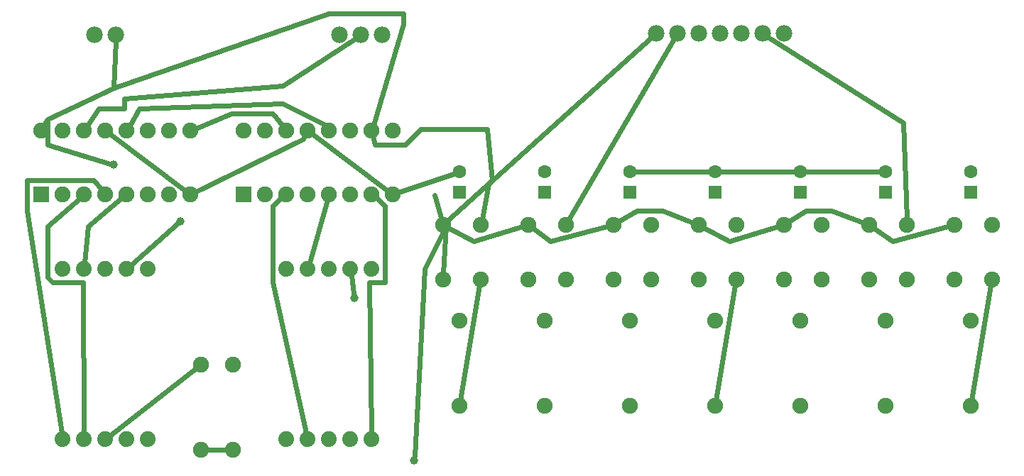
<source format=gbl>
G04 MADE WITH FRITZING*
G04 WWW.FRITZING.ORG*
G04 DOUBLE SIDED*
G04 HOLES PLATED*
G04 CONTOUR ON CENTER OF CONTOUR VECTOR*
%ASAXBY*%
%FSLAX23Y23*%
%MOIN*%
%OFA0B0*%
%SFA1.0B1.0*%
%ADD10C,0.078000*%
%ADD11C,0.039370*%
%ADD12C,0.075000*%
%ADD13C,0.074000*%
%ADD14C,0.062992*%
%ADD15R,0.075000X0.075000*%
%ADD16R,0.062992X0.062992*%
%ADD17C,0.024000*%
%LNCOPPER0*%
G90*
G70*
G54D10*
X1572Y2141D03*
X1672Y2141D03*
X1772Y2141D03*
X422Y2141D03*
X522Y2141D03*
X3057Y2148D03*
X3157Y2148D03*
X3257Y2148D03*
X3357Y2148D03*
X3457Y2148D03*
X3557Y2148D03*
X3657Y2148D03*
G54D11*
X824Y1266D03*
X1640Y906D03*
X512Y1530D03*
X1922Y141D03*
G54D12*
X1122Y1391D03*
X1122Y1691D03*
X1222Y1391D03*
X1222Y1691D03*
X1322Y1391D03*
X1322Y1691D03*
X1422Y1391D03*
X1422Y1691D03*
X1522Y1391D03*
X1522Y1691D03*
X1622Y1391D03*
X1622Y1691D03*
X1722Y1391D03*
X1722Y1691D03*
X1822Y1391D03*
X1822Y1691D03*
X172Y1391D03*
X172Y1691D03*
X272Y1391D03*
X272Y1691D03*
X372Y1391D03*
X372Y1691D03*
X472Y1391D03*
X472Y1691D03*
X572Y1391D03*
X572Y1691D03*
X672Y1391D03*
X672Y1691D03*
X772Y1391D03*
X772Y1691D03*
X872Y1391D03*
X872Y1691D03*
G54D13*
X1722Y1041D03*
X1622Y1041D03*
X1522Y1041D03*
X1422Y1041D03*
X1322Y1041D03*
X1322Y241D03*
X1422Y241D03*
X1522Y241D03*
X1622Y241D03*
X1722Y241D03*
X672Y1041D03*
X572Y1041D03*
X472Y1041D03*
X372Y1041D03*
X272Y1041D03*
X272Y241D03*
X372Y241D03*
X472Y241D03*
X572Y241D03*
X672Y241D03*
G54D12*
X1072Y191D03*
X1072Y591D03*
X922Y191D03*
X922Y591D03*
X4457Y992D03*
X4457Y1248D03*
X4634Y992D03*
X4634Y1248D03*
X4057Y992D03*
X4057Y1248D03*
X4234Y992D03*
X4234Y1248D03*
X3657Y992D03*
X3657Y1248D03*
X3834Y992D03*
X3834Y1248D03*
X3257Y992D03*
X3257Y1248D03*
X3434Y992D03*
X3434Y1248D03*
X2857Y992D03*
X2857Y1248D03*
X3034Y992D03*
X3034Y1248D03*
X2457Y992D03*
X2457Y1248D03*
X2634Y992D03*
X2634Y1248D03*
X2057Y992D03*
X2057Y1248D03*
X2234Y992D03*
X2234Y1248D03*
X4534Y798D03*
X4534Y398D03*
X4134Y798D03*
X4134Y398D03*
X3734Y798D03*
X3734Y398D03*
X3334Y798D03*
X3334Y398D03*
X2934Y798D03*
X2934Y398D03*
X2534Y798D03*
X2534Y398D03*
X2134Y798D03*
X2134Y398D03*
G54D14*
X4534Y1400D03*
X4534Y1498D03*
X4134Y1400D03*
X4134Y1498D03*
X3734Y1400D03*
X3734Y1498D03*
X3334Y1400D03*
X3334Y1498D03*
X2934Y1400D03*
X2934Y1498D03*
X2534Y1400D03*
X2534Y1498D03*
X2134Y1400D03*
X2134Y1498D03*
G54D15*
X1122Y1391D03*
X172Y1391D03*
G54D16*
X4534Y1400D03*
X4134Y1400D03*
X3734Y1400D03*
X3334Y1400D03*
X2934Y1400D03*
X2534Y1400D03*
X2134Y1400D03*
G54D17*
X1972Y1042D02*
X1923Y160D01*
D02*
X2072Y1241D02*
X1972Y1042D01*
D02*
X2059Y1021D02*
X2072Y1241D01*
D02*
X1743Y1373D02*
X1784Y1338D01*
D02*
X1784Y1338D02*
X1784Y978D01*
D02*
X1784Y978D02*
X1712Y978D01*
D02*
X1712Y978D02*
X1721Y272D01*
D02*
X350Y1372D02*
X200Y1242D01*
D02*
X200Y1242D02*
X200Y1002D01*
D02*
X200Y1002D02*
X224Y978D01*
D02*
X224Y978D02*
X368Y978D01*
D02*
X368Y978D02*
X371Y272D01*
D02*
X1514Y1364D02*
X1430Y1071D01*
D02*
X1303Y1713D02*
X1256Y1770D01*
D02*
X1256Y1770D02*
X1064Y1770D01*
D02*
X1064Y1770D02*
X898Y1702D01*
D02*
X496Y260D02*
X899Y574D01*
D02*
X549Y1373D02*
X392Y1242D01*
D02*
X392Y1242D02*
X375Y1072D01*
D02*
X1299Y1373D02*
X1256Y1338D01*
D02*
X1256Y1338D02*
X1256Y978D01*
D02*
X1256Y978D02*
X1415Y271D01*
D02*
X3339Y426D02*
X3429Y964D01*
D02*
X453Y1413D02*
X416Y1458D01*
D02*
X416Y1458D02*
X104Y1458D01*
D02*
X104Y1458D02*
X104Y1314D01*
D02*
X104Y1314D02*
X267Y272D01*
D02*
X810Y1254D02*
X594Y1062D01*
D02*
X1637Y925D02*
X1626Y1011D01*
D02*
X3142Y2122D02*
X2649Y1273D01*
D02*
X586Y1716D02*
X632Y1794D01*
D02*
X632Y1794D02*
X1304Y1818D01*
D02*
X1304Y1818D02*
X1496Y1722D01*
D02*
X1496Y1722D02*
X1503Y1713D01*
D02*
X3582Y2132D02*
X4216Y1729D01*
D02*
X4216Y1729D02*
X4233Y1277D01*
D02*
X387Y1715D02*
X440Y1794D01*
D02*
X440Y1794D02*
X560Y1794D01*
D02*
X560Y1794D02*
X560Y1842D01*
D02*
X560Y1842D02*
X1304Y1902D01*
D02*
X1304Y1902D02*
X1646Y2125D01*
D02*
X2139Y426D02*
X2229Y964D01*
D02*
X3035Y2128D02*
X2272Y1441D01*
D02*
X2272Y1441D02*
X2240Y1276D01*
D02*
X4539Y426D02*
X4629Y964D01*
D02*
X3707Y1498D02*
X3361Y1498D01*
D02*
X2961Y1498D02*
X3307Y1498D01*
D02*
X4107Y1498D02*
X3761Y1498D01*
D02*
X1849Y1400D02*
X2109Y1489D01*
D02*
X1444Y1674D02*
X1799Y1408D01*
D02*
X897Y1404D02*
X1400Y1650D01*
D02*
X1400Y1650D02*
X1408Y1666D01*
D02*
X494Y1674D02*
X849Y1408D01*
D02*
X950Y191D02*
X1043Y191D01*
D02*
X2430Y1240D02*
X2201Y1171D01*
D02*
X2201Y1171D02*
X2082Y1235D01*
D02*
X2829Y1241D02*
X2561Y1171D01*
D02*
X2561Y1171D02*
X2480Y1231D01*
D02*
X3230Y1259D02*
X3089Y1315D01*
D02*
X3089Y1315D02*
X2969Y1315D01*
D02*
X2969Y1315D02*
X2882Y1263D01*
D02*
X3630Y1240D02*
X3401Y1171D01*
D02*
X3401Y1171D02*
X3282Y1235D01*
D02*
X4030Y1258D02*
X3881Y1315D01*
D02*
X3881Y1315D02*
X3761Y1315D01*
D02*
X3761Y1315D02*
X3681Y1264D01*
D02*
X4429Y1241D02*
X4169Y1171D01*
D02*
X4169Y1171D02*
X4081Y1232D01*
D02*
X1728Y1663D02*
X1736Y1626D01*
D02*
X1736Y1626D02*
X1880Y1626D01*
D02*
X1880Y1626D02*
X1952Y1698D01*
D02*
X1952Y1698D02*
X2264Y1698D01*
D02*
X2264Y1698D02*
X2288Y1458D01*
D02*
X2288Y1458D02*
X2078Y1267D01*
D02*
X494Y1536D02*
X200Y1626D01*
D02*
X200Y1626D02*
X200Y1746D01*
D02*
X200Y1746D02*
X512Y1890D01*
D02*
X512Y1890D02*
X1522Y2241D01*
D02*
X1522Y2241D02*
X1872Y2241D01*
D02*
X1872Y2241D02*
X1872Y2191D01*
D02*
X1872Y2191D02*
X1730Y1719D01*
D02*
X185Y1717D02*
X200Y1746D01*
D02*
X520Y2111D02*
X512Y1890D01*
D02*
X2057Y1248D02*
X2019Y1389D01*
G04 End of Copper0*
M02*
</source>
